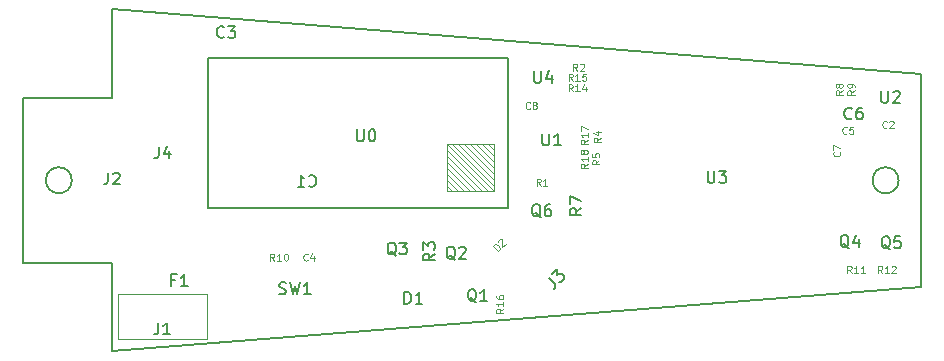
<source format=gbr>
G04 #@! TF.GenerationSoftware,KiCad,Pcbnew,5.1.5+dfsg1-2build2*
G04 #@! TF.CreationDate,2023-05-02T16:03:32+02:00*
G04 #@! TF.ProjectId,main,6d61696e-2e6b-4696-9361-645f70636258,rev?*
G04 #@! TF.SameCoordinates,Original*
G04 #@! TF.FileFunction,OtherDrawing,Comment*
%FSLAX46Y46*%
G04 Gerber Fmt 4.6, Leading zero omitted, Abs format (unit mm)*
G04 Created by KiCad (PCBNEW 5.1.5+dfsg1-2build2) date 2023-05-02 16:03:32*
%MOMM*%
%LPD*%
G04 APERTURE LIST*
%ADD10C,0.150000*%
%ADD11C,0.100000*%
%ADD12C,0.050000*%
%ADD13C,0.127000*%
G04 APERTURE END LIST*
D10*
X171100000Y-100000000D02*
G75*
G03X171100000Y-100000000I-1100000J0D01*
G01*
X101100000Y-100000000D02*
G75*
G03X101100000Y-100000000I-1100000J0D01*
G01*
X97000000Y-93000000D02*
X97000000Y-107000000D01*
X104500000Y-85500000D02*
X104500000Y-93000000D01*
X104500000Y-114500000D02*
X104500000Y-107000000D01*
X104500000Y-107000000D02*
X97000000Y-107000000D01*
X104500000Y-93000000D02*
X97000000Y-93000000D01*
X104500000Y-114500000D02*
X173000000Y-109000000D01*
X173000000Y-91000000D02*
X173000000Y-109000000D01*
X104500000Y-85500000D02*
X173000000Y-91000000D01*
D11*
X105050000Y-109600000D02*
X105050000Y-113400000D01*
X105050000Y-113400000D02*
X112550000Y-113400000D01*
X112550000Y-113400000D02*
X112550000Y-109600000D01*
X112550000Y-109600000D02*
X105050000Y-109600000D01*
D12*
X132825000Y-100950000D02*
X136825000Y-100950000D01*
X136825000Y-100950000D02*
X136825000Y-96950000D01*
X136825000Y-96950000D02*
X132825000Y-96950000D01*
X132825000Y-96950000D02*
X132825000Y-100950000D01*
X133325000Y-100950000D02*
X132825000Y-100450000D01*
X133825000Y-100950000D02*
X132825000Y-99950000D01*
X134325000Y-100950000D02*
X132825000Y-99450000D01*
X134825000Y-100950000D02*
X132825000Y-98950000D01*
X135325000Y-100950000D02*
X132825000Y-98450000D01*
X135825000Y-100950000D02*
X132825000Y-97950000D01*
X136325000Y-100950000D02*
X132825000Y-97450000D01*
X136825000Y-100950000D02*
X132825000Y-96950000D01*
X136825000Y-100450000D02*
X133325000Y-96950000D01*
X136825000Y-99950000D02*
X133825000Y-96950000D01*
X136825000Y-99450000D02*
X134325000Y-96950000D01*
X136825000Y-98950000D02*
X134825000Y-96950000D01*
X136825000Y-98450000D02*
X135325000Y-96950000D01*
X136825000Y-97950000D02*
X135825000Y-96950000D01*
X136825000Y-97450000D02*
X136325000Y-96950000D01*
D13*
X138065000Y-89650000D02*
X112665000Y-89650000D01*
X138065000Y-89650000D02*
X138065000Y-102350000D01*
X138065000Y-102350000D02*
X112665000Y-102350000D01*
X112665000Y-102350000D02*
X112665000Y-89650000D01*
D10*
X109866666Y-108428571D02*
X109533333Y-108428571D01*
X109533333Y-108952380D02*
X109533333Y-107952380D01*
X110009523Y-107952380D01*
X110914285Y-108952380D02*
X110342857Y-108952380D01*
X110628571Y-108952380D02*
X110628571Y-107952380D01*
X110533333Y-108095238D01*
X110438095Y-108190476D01*
X110342857Y-108238095D01*
X121166666Y-100457142D02*
X121214285Y-100504761D01*
X121357142Y-100552380D01*
X121452380Y-100552380D01*
X121595238Y-100504761D01*
X121690476Y-100409523D01*
X121738095Y-100314285D01*
X121785714Y-100123809D01*
X121785714Y-99980952D01*
X121738095Y-99790476D01*
X121690476Y-99695238D01*
X121595238Y-99600000D01*
X121452380Y-99552380D01*
X121357142Y-99552380D01*
X121214285Y-99600000D01*
X121166666Y-99647619D01*
X120214285Y-100552380D02*
X120785714Y-100552380D01*
X120500000Y-100552380D02*
X120500000Y-99552380D01*
X120595238Y-99695238D01*
X120690476Y-99790476D01*
X120785714Y-99838095D01*
X118666666Y-109604761D02*
X118809523Y-109652380D01*
X119047619Y-109652380D01*
X119142857Y-109604761D01*
X119190476Y-109557142D01*
X119238095Y-109461904D01*
X119238095Y-109366666D01*
X119190476Y-109271428D01*
X119142857Y-109223809D01*
X119047619Y-109176190D01*
X118857142Y-109128571D01*
X118761904Y-109080952D01*
X118714285Y-109033333D01*
X118666666Y-108938095D01*
X118666666Y-108842857D01*
X118714285Y-108747619D01*
X118761904Y-108700000D01*
X118857142Y-108652380D01*
X119095238Y-108652380D01*
X119238095Y-108700000D01*
X119571428Y-108652380D02*
X119809523Y-109652380D01*
X120000000Y-108938095D01*
X120190476Y-109652380D01*
X120428571Y-108652380D01*
X121333333Y-109652380D02*
X120761904Y-109652380D01*
X121047619Y-109652380D02*
X121047619Y-108652380D01*
X120952380Y-108795238D01*
X120857142Y-108890476D01*
X120761904Y-108938095D01*
X167133333Y-94757142D02*
X167085714Y-94804761D01*
X166942857Y-94852380D01*
X166847619Y-94852380D01*
X166704761Y-94804761D01*
X166609523Y-94709523D01*
X166561904Y-94614285D01*
X166514285Y-94423809D01*
X166514285Y-94280952D01*
X166561904Y-94090476D01*
X166609523Y-93995238D01*
X166704761Y-93900000D01*
X166847619Y-93852380D01*
X166942857Y-93852380D01*
X167085714Y-93900000D01*
X167133333Y-93947619D01*
X167990476Y-93852380D02*
X167800000Y-93852380D01*
X167704761Y-93900000D01*
X167657142Y-93947619D01*
X167561904Y-94090476D01*
X167514285Y-94280952D01*
X167514285Y-94661904D01*
X167561904Y-94757142D01*
X167609523Y-94804761D01*
X167704761Y-94852380D01*
X167895238Y-94852380D01*
X167990476Y-94804761D01*
X168038095Y-94757142D01*
X168085714Y-94661904D01*
X168085714Y-94423809D01*
X168038095Y-94328571D01*
X167990476Y-94280952D01*
X167895238Y-94233333D01*
X167704761Y-94233333D01*
X167609523Y-94280952D01*
X167561904Y-94328571D01*
X167514285Y-94423809D01*
X113983333Y-87857142D02*
X113935714Y-87904761D01*
X113792857Y-87952380D01*
X113697619Y-87952380D01*
X113554761Y-87904761D01*
X113459523Y-87809523D01*
X113411904Y-87714285D01*
X113364285Y-87523809D01*
X113364285Y-87380952D01*
X113411904Y-87190476D01*
X113459523Y-87095238D01*
X113554761Y-87000000D01*
X113697619Y-86952380D01*
X113792857Y-86952380D01*
X113935714Y-87000000D01*
X113983333Y-87047619D01*
X114316666Y-86952380D02*
X114935714Y-86952380D01*
X114602380Y-87333333D01*
X114745238Y-87333333D01*
X114840476Y-87380952D01*
X114888095Y-87428571D01*
X114935714Y-87523809D01*
X114935714Y-87761904D01*
X114888095Y-87857142D01*
X114840476Y-87904761D01*
X114745238Y-87952380D01*
X114459523Y-87952380D01*
X114364285Y-87904761D01*
X114316666Y-87857142D01*
X108416666Y-112052380D02*
X108416666Y-112766666D01*
X108369047Y-112909523D01*
X108273809Y-113004761D01*
X108130952Y-113052380D01*
X108035714Y-113052380D01*
X109416666Y-113052380D02*
X108845238Y-113052380D01*
X109130952Y-113052380D02*
X109130952Y-112052380D01*
X109035714Y-112195238D01*
X108940476Y-112290476D01*
X108845238Y-112338095D01*
X125238095Y-95702380D02*
X125238095Y-96511904D01*
X125285714Y-96607142D01*
X125333333Y-96654761D01*
X125428571Y-96702380D01*
X125619047Y-96702380D01*
X125714285Y-96654761D01*
X125761904Y-96607142D01*
X125809523Y-96511904D01*
X125809523Y-95702380D01*
X126476190Y-95702380D02*
X126571428Y-95702380D01*
X126666666Y-95750000D01*
X126714285Y-95797619D01*
X126761904Y-95892857D01*
X126809523Y-96083333D01*
X126809523Y-96321428D01*
X126761904Y-96511904D01*
X126714285Y-96607142D01*
X126666666Y-96654761D01*
X126571428Y-96702380D01*
X126476190Y-96702380D01*
X126380952Y-96654761D01*
X126333333Y-96607142D01*
X126285714Y-96511904D01*
X126238095Y-96321428D01*
X126238095Y-96083333D01*
X126285714Y-95892857D01*
X126333333Y-95797619D01*
X126380952Y-95750000D01*
X126476190Y-95702380D01*
X154938095Y-99202380D02*
X154938095Y-100011904D01*
X154985714Y-100107142D01*
X155033333Y-100154761D01*
X155128571Y-100202380D01*
X155319047Y-100202380D01*
X155414285Y-100154761D01*
X155461904Y-100107142D01*
X155509523Y-100011904D01*
X155509523Y-99202380D01*
X155890476Y-99202380D02*
X156509523Y-99202380D01*
X156176190Y-99583333D01*
X156319047Y-99583333D01*
X156414285Y-99630952D01*
X156461904Y-99678571D01*
X156509523Y-99773809D01*
X156509523Y-100011904D01*
X156461904Y-100107142D01*
X156414285Y-100154761D01*
X156319047Y-100202380D01*
X156033333Y-100202380D01*
X155938095Y-100154761D01*
X155890476Y-100107142D01*
X129261904Y-110452380D02*
X129261904Y-109452380D01*
X129500000Y-109452380D01*
X129642857Y-109500000D01*
X129738095Y-109595238D01*
X129785714Y-109690476D01*
X129833333Y-109880952D01*
X129833333Y-110023809D01*
X129785714Y-110214285D01*
X129738095Y-110309523D01*
X129642857Y-110404761D01*
X129500000Y-110452380D01*
X129261904Y-110452380D01*
X130785714Y-110452380D02*
X130214285Y-110452380D01*
X130500000Y-110452380D02*
X130500000Y-109452380D01*
X130404761Y-109595238D01*
X130309523Y-109690476D01*
X130214285Y-109738095D01*
D11*
X137178781Y-106005076D02*
X136754517Y-105580812D01*
X136855532Y-105479796D01*
X136936345Y-105439390D01*
X137017157Y-105439390D01*
X137077766Y-105459593D01*
X137178781Y-105520203D01*
X137239390Y-105580812D01*
X137300000Y-105681827D01*
X137320203Y-105742436D01*
X137320203Y-105823248D01*
X137279796Y-105904061D01*
X137178781Y-106005076D01*
X137198984Y-105217157D02*
X137198984Y-105176751D01*
X137219187Y-105116142D01*
X137320203Y-105015126D01*
X137380812Y-104994923D01*
X137421218Y-104994923D01*
X137481827Y-105015126D01*
X137522233Y-105055532D01*
X137562639Y-105136345D01*
X137562639Y-105621218D01*
X137825279Y-105358578D01*
D10*
X169638095Y-92452380D02*
X169638095Y-93261904D01*
X169685714Y-93357142D01*
X169733333Y-93404761D01*
X169828571Y-93452380D01*
X170019047Y-93452380D01*
X170114285Y-93404761D01*
X170161904Y-93357142D01*
X170209523Y-93261904D01*
X170209523Y-92452380D01*
X170638095Y-92547619D02*
X170685714Y-92500000D01*
X170780952Y-92452380D01*
X171019047Y-92452380D01*
X171114285Y-92500000D01*
X171161904Y-92547619D01*
X171209523Y-92642857D01*
X171209523Y-92738095D01*
X171161904Y-92880952D01*
X170590476Y-93452380D01*
X171209523Y-93452380D01*
X141477072Y-108248477D02*
X141982148Y-108753553D01*
X142049492Y-108888240D01*
X142049492Y-109022927D01*
X141982148Y-109157614D01*
X141914805Y-109224957D01*
X141746446Y-107979103D02*
X142184179Y-107541370D01*
X142217851Y-108046446D01*
X142318866Y-107945431D01*
X142419881Y-107911759D01*
X142487225Y-107911759D01*
X142588240Y-107945431D01*
X142756599Y-108113790D01*
X142790270Y-108214805D01*
X142790270Y-108282148D01*
X142756599Y-108383164D01*
X142554568Y-108585194D01*
X142453553Y-108618866D01*
X142386209Y-108618866D01*
D11*
X139900000Y-93914285D02*
X139871428Y-93942857D01*
X139785714Y-93971428D01*
X139728571Y-93971428D01*
X139642857Y-93942857D01*
X139585714Y-93885714D01*
X139557142Y-93828571D01*
X139528571Y-93714285D01*
X139528571Y-93628571D01*
X139557142Y-93514285D01*
X139585714Y-93457142D01*
X139642857Y-93400000D01*
X139728571Y-93371428D01*
X139785714Y-93371428D01*
X139871428Y-93400000D01*
X139900000Y-93428571D01*
X140242857Y-93628571D02*
X140185714Y-93600000D01*
X140157142Y-93571428D01*
X140128571Y-93514285D01*
X140128571Y-93485714D01*
X140157142Y-93428571D01*
X140185714Y-93400000D01*
X140242857Y-93371428D01*
X140357142Y-93371428D01*
X140414285Y-93400000D01*
X140442857Y-93428571D01*
X140471428Y-93485714D01*
X140471428Y-93514285D01*
X140442857Y-93571428D01*
X140414285Y-93600000D01*
X140357142Y-93628571D01*
X140242857Y-93628571D01*
X140185714Y-93657142D01*
X140157142Y-93685714D01*
X140128571Y-93742857D01*
X140128571Y-93857142D01*
X140157142Y-93914285D01*
X140185714Y-93942857D01*
X140242857Y-93971428D01*
X140357142Y-93971428D01*
X140414285Y-93942857D01*
X140442857Y-93914285D01*
X140471428Y-93857142D01*
X140471428Y-93742857D01*
X140442857Y-93685714D01*
X140414285Y-93657142D01*
X140357142Y-93628571D01*
D10*
X140238095Y-90752380D02*
X140238095Y-91561904D01*
X140285714Y-91657142D01*
X140333333Y-91704761D01*
X140428571Y-91752380D01*
X140619047Y-91752380D01*
X140714285Y-91704761D01*
X140761904Y-91657142D01*
X140809523Y-91561904D01*
X140809523Y-90752380D01*
X141714285Y-91085714D02*
X141714285Y-91752380D01*
X141476190Y-90704761D02*
X141238095Y-91419047D01*
X141857142Y-91419047D01*
X140804761Y-103147619D02*
X140709523Y-103100000D01*
X140614285Y-103004761D01*
X140471428Y-102861904D01*
X140376190Y-102814285D01*
X140280952Y-102814285D01*
X140328571Y-103052380D02*
X140233333Y-103004761D01*
X140138095Y-102909523D01*
X140090476Y-102719047D01*
X140090476Y-102385714D01*
X140138095Y-102195238D01*
X140233333Y-102100000D01*
X140328571Y-102052380D01*
X140519047Y-102052380D01*
X140614285Y-102100000D01*
X140709523Y-102195238D01*
X140757142Y-102385714D01*
X140757142Y-102719047D01*
X140709523Y-102909523D01*
X140614285Y-103004761D01*
X140519047Y-103052380D01*
X140328571Y-103052380D01*
X141614285Y-102052380D02*
X141423809Y-102052380D01*
X141328571Y-102100000D01*
X141280952Y-102147619D01*
X141185714Y-102290476D01*
X141138095Y-102480952D01*
X141138095Y-102861904D01*
X141185714Y-102957142D01*
X141233333Y-103004761D01*
X141328571Y-103052380D01*
X141519047Y-103052380D01*
X141614285Y-103004761D01*
X141661904Y-102957142D01*
X141709523Y-102861904D01*
X141709523Y-102623809D01*
X141661904Y-102528571D01*
X141614285Y-102480952D01*
X141519047Y-102433333D01*
X141328571Y-102433333D01*
X141233333Y-102480952D01*
X141185714Y-102528571D01*
X141138095Y-102623809D01*
X170404761Y-105847619D02*
X170309523Y-105800000D01*
X170214285Y-105704761D01*
X170071428Y-105561904D01*
X169976190Y-105514285D01*
X169880952Y-105514285D01*
X169928571Y-105752380D02*
X169833333Y-105704761D01*
X169738095Y-105609523D01*
X169690476Y-105419047D01*
X169690476Y-105085714D01*
X169738095Y-104895238D01*
X169833333Y-104800000D01*
X169928571Y-104752380D01*
X170119047Y-104752380D01*
X170214285Y-104800000D01*
X170309523Y-104895238D01*
X170357142Y-105085714D01*
X170357142Y-105419047D01*
X170309523Y-105609523D01*
X170214285Y-105704761D01*
X170119047Y-105752380D01*
X169928571Y-105752380D01*
X171261904Y-104752380D02*
X170785714Y-104752380D01*
X170738095Y-105228571D01*
X170785714Y-105180952D01*
X170880952Y-105133333D01*
X171119047Y-105133333D01*
X171214285Y-105180952D01*
X171261904Y-105228571D01*
X171309523Y-105323809D01*
X171309523Y-105561904D01*
X171261904Y-105657142D01*
X171214285Y-105704761D01*
X171119047Y-105752380D01*
X170880952Y-105752380D01*
X170785714Y-105704761D01*
X170738095Y-105657142D01*
X166904761Y-105747619D02*
X166809523Y-105700000D01*
X166714285Y-105604761D01*
X166571428Y-105461904D01*
X166476190Y-105414285D01*
X166380952Y-105414285D01*
X166428571Y-105652380D02*
X166333333Y-105604761D01*
X166238095Y-105509523D01*
X166190476Y-105319047D01*
X166190476Y-104985714D01*
X166238095Y-104795238D01*
X166333333Y-104700000D01*
X166428571Y-104652380D01*
X166619047Y-104652380D01*
X166714285Y-104700000D01*
X166809523Y-104795238D01*
X166857142Y-104985714D01*
X166857142Y-105319047D01*
X166809523Y-105509523D01*
X166714285Y-105604761D01*
X166619047Y-105652380D01*
X166428571Y-105652380D01*
X167714285Y-104985714D02*
X167714285Y-105652380D01*
X167476190Y-104604761D02*
X167238095Y-105319047D01*
X167857142Y-105319047D01*
X128554761Y-106372619D02*
X128459523Y-106325000D01*
X128364285Y-106229761D01*
X128221428Y-106086904D01*
X128126190Y-106039285D01*
X128030952Y-106039285D01*
X128078571Y-106277380D02*
X127983333Y-106229761D01*
X127888095Y-106134523D01*
X127840476Y-105944047D01*
X127840476Y-105610714D01*
X127888095Y-105420238D01*
X127983333Y-105325000D01*
X128078571Y-105277380D01*
X128269047Y-105277380D01*
X128364285Y-105325000D01*
X128459523Y-105420238D01*
X128507142Y-105610714D01*
X128507142Y-105944047D01*
X128459523Y-106134523D01*
X128364285Y-106229761D01*
X128269047Y-106277380D01*
X128078571Y-106277380D01*
X128840476Y-105277380D02*
X129459523Y-105277380D01*
X129126190Y-105658333D01*
X129269047Y-105658333D01*
X129364285Y-105705952D01*
X129411904Y-105753571D01*
X129459523Y-105848809D01*
X129459523Y-106086904D01*
X129411904Y-106182142D01*
X129364285Y-106229761D01*
X129269047Y-106277380D01*
X128983333Y-106277380D01*
X128888095Y-106229761D01*
X128840476Y-106182142D01*
X133554761Y-106722619D02*
X133459523Y-106675000D01*
X133364285Y-106579761D01*
X133221428Y-106436904D01*
X133126190Y-106389285D01*
X133030952Y-106389285D01*
X133078571Y-106627380D02*
X132983333Y-106579761D01*
X132888095Y-106484523D01*
X132840476Y-106294047D01*
X132840476Y-105960714D01*
X132888095Y-105770238D01*
X132983333Y-105675000D01*
X133078571Y-105627380D01*
X133269047Y-105627380D01*
X133364285Y-105675000D01*
X133459523Y-105770238D01*
X133507142Y-105960714D01*
X133507142Y-106294047D01*
X133459523Y-106484523D01*
X133364285Y-106579761D01*
X133269047Y-106627380D01*
X133078571Y-106627380D01*
X133888095Y-105722619D02*
X133935714Y-105675000D01*
X134030952Y-105627380D01*
X134269047Y-105627380D01*
X134364285Y-105675000D01*
X134411904Y-105722619D01*
X134459523Y-105817857D01*
X134459523Y-105913095D01*
X134411904Y-106055952D01*
X133840476Y-106627380D01*
X134459523Y-106627380D01*
X135354761Y-110322619D02*
X135259523Y-110275000D01*
X135164285Y-110179761D01*
X135021428Y-110036904D01*
X134926190Y-109989285D01*
X134830952Y-109989285D01*
X134878571Y-110227380D02*
X134783333Y-110179761D01*
X134688095Y-110084523D01*
X134640476Y-109894047D01*
X134640476Y-109560714D01*
X134688095Y-109370238D01*
X134783333Y-109275000D01*
X134878571Y-109227380D01*
X135069047Y-109227380D01*
X135164285Y-109275000D01*
X135259523Y-109370238D01*
X135307142Y-109560714D01*
X135307142Y-109894047D01*
X135259523Y-110084523D01*
X135164285Y-110179761D01*
X135069047Y-110227380D01*
X134878571Y-110227380D01*
X136259523Y-110227380D02*
X135688095Y-110227380D01*
X135973809Y-110227380D02*
X135973809Y-109227380D01*
X135878571Y-109370238D01*
X135783333Y-109465476D01*
X135688095Y-109513095D01*
D11*
X137646428Y-110860714D02*
X137360714Y-111060714D01*
X137646428Y-111203571D02*
X137046428Y-111203571D01*
X137046428Y-110975000D01*
X137075000Y-110917857D01*
X137103571Y-110889285D01*
X137160714Y-110860714D01*
X137246428Y-110860714D01*
X137303571Y-110889285D01*
X137332142Y-110917857D01*
X137360714Y-110975000D01*
X137360714Y-111203571D01*
X137646428Y-110289285D02*
X137646428Y-110632142D01*
X137646428Y-110460714D02*
X137046428Y-110460714D01*
X137132142Y-110517857D01*
X137189285Y-110575000D01*
X137217857Y-110632142D01*
X137046428Y-109775000D02*
X137046428Y-109889285D01*
X137075000Y-109946428D01*
X137103571Y-109975000D01*
X137189285Y-110032142D01*
X137303571Y-110060714D01*
X137532142Y-110060714D01*
X137589285Y-110032142D01*
X137617857Y-110003571D01*
X137646428Y-109946428D01*
X137646428Y-109832142D01*
X137617857Y-109775000D01*
X137589285Y-109746428D01*
X137532142Y-109717857D01*
X137389285Y-109717857D01*
X137332142Y-109746428D01*
X137303571Y-109775000D01*
X137275000Y-109832142D01*
X137275000Y-109946428D01*
X137303571Y-110003571D01*
X137332142Y-110032142D01*
X137389285Y-110060714D01*
X143514285Y-91571428D02*
X143314285Y-91285714D01*
X143171428Y-91571428D02*
X143171428Y-90971428D01*
X143400000Y-90971428D01*
X143457142Y-91000000D01*
X143485714Y-91028571D01*
X143514285Y-91085714D01*
X143514285Y-91171428D01*
X143485714Y-91228571D01*
X143457142Y-91257142D01*
X143400000Y-91285714D01*
X143171428Y-91285714D01*
X144085714Y-91571428D02*
X143742857Y-91571428D01*
X143914285Y-91571428D02*
X143914285Y-90971428D01*
X143857142Y-91057142D01*
X143800000Y-91114285D01*
X143742857Y-91142857D01*
X144628571Y-90971428D02*
X144342857Y-90971428D01*
X144314285Y-91257142D01*
X144342857Y-91228571D01*
X144400000Y-91200000D01*
X144542857Y-91200000D01*
X144600000Y-91228571D01*
X144628571Y-91257142D01*
X144657142Y-91314285D01*
X144657142Y-91457142D01*
X144628571Y-91514285D01*
X144600000Y-91542857D01*
X144542857Y-91571428D01*
X144400000Y-91571428D01*
X144342857Y-91542857D01*
X144314285Y-91514285D01*
X143514285Y-92471428D02*
X143314285Y-92185714D01*
X143171428Y-92471428D02*
X143171428Y-91871428D01*
X143400000Y-91871428D01*
X143457142Y-91900000D01*
X143485714Y-91928571D01*
X143514285Y-91985714D01*
X143514285Y-92071428D01*
X143485714Y-92128571D01*
X143457142Y-92157142D01*
X143400000Y-92185714D01*
X143171428Y-92185714D01*
X144085714Y-92471428D02*
X143742857Y-92471428D01*
X143914285Y-92471428D02*
X143914285Y-91871428D01*
X143857142Y-91957142D01*
X143800000Y-92014285D01*
X143742857Y-92042857D01*
X144600000Y-92071428D02*
X144600000Y-92471428D01*
X144457142Y-91842857D02*
X144314285Y-92271428D01*
X144685714Y-92271428D01*
X143900000Y-90721428D02*
X143700000Y-90435714D01*
X143557142Y-90721428D02*
X143557142Y-90121428D01*
X143785714Y-90121428D01*
X143842857Y-90150000D01*
X143871428Y-90178571D01*
X143900000Y-90235714D01*
X143900000Y-90321428D01*
X143871428Y-90378571D01*
X143842857Y-90407142D01*
X143785714Y-90435714D01*
X143557142Y-90435714D01*
X144128571Y-90178571D02*
X144157142Y-90150000D01*
X144214285Y-90121428D01*
X144357142Y-90121428D01*
X144414285Y-90150000D01*
X144442857Y-90178571D01*
X144471428Y-90235714D01*
X144471428Y-90292857D01*
X144442857Y-90378571D01*
X144100000Y-90721428D01*
X144471428Y-90721428D01*
X144771428Y-98585714D02*
X144485714Y-98785714D01*
X144771428Y-98928571D02*
X144171428Y-98928571D01*
X144171428Y-98700000D01*
X144200000Y-98642857D01*
X144228571Y-98614285D01*
X144285714Y-98585714D01*
X144371428Y-98585714D01*
X144428571Y-98614285D01*
X144457142Y-98642857D01*
X144485714Y-98700000D01*
X144485714Y-98928571D01*
X144771428Y-98014285D02*
X144771428Y-98357142D01*
X144771428Y-98185714D02*
X144171428Y-98185714D01*
X144257142Y-98242857D01*
X144314285Y-98300000D01*
X144342857Y-98357142D01*
X144428571Y-97671428D02*
X144400000Y-97728571D01*
X144371428Y-97757142D01*
X144314285Y-97785714D01*
X144285714Y-97785714D01*
X144228571Y-97757142D01*
X144200000Y-97728571D01*
X144171428Y-97671428D01*
X144171428Y-97557142D01*
X144200000Y-97500000D01*
X144228571Y-97471428D01*
X144285714Y-97442857D01*
X144314285Y-97442857D01*
X144371428Y-97471428D01*
X144400000Y-97500000D01*
X144428571Y-97557142D01*
X144428571Y-97671428D01*
X144457142Y-97728571D01*
X144485714Y-97757142D01*
X144542857Y-97785714D01*
X144657142Y-97785714D01*
X144714285Y-97757142D01*
X144742857Y-97728571D01*
X144771428Y-97671428D01*
X144771428Y-97557142D01*
X144742857Y-97500000D01*
X144714285Y-97471428D01*
X144657142Y-97442857D01*
X144542857Y-97442857D01*
X144485714Y-97471428D01*
X144457142Y-97500000D01*
X144428571Y-97557142D01*
X144771428Y-96585714D02*
X144485714Y-96785714D01*
X144771428Y-96928571D02*
X144171428Y-96928571D01*
X144171428Y-96700000D01*
X144200000Y-96642857D01*
X144228571Y-96614285D01*
X144285714Y-96585714D01*
X144371428Y-96585714D01*
X144428571Y-96614285D01*
X144457142Y-96642857D01*
X144485714Y-96700000D01*
X144485714Y-96928571D01*
X144771428Y-96014285D02*
X144771428Y-96357142D01*
X144771428Y-96185714D02*
X144171428Y-96185714D01*
X144257142Y-96242857D01*
X144314285Y-96300000D01*
X144342857Y-96357142D01*
X144171428Y-95814285D02*
X144171428Y-95414285D01*
X144771428Y-95671428D01*
D10*
X144252380Y-102366666D02*
X143776190Y-102700000D01*
X144252380Y-102938095D02*
X143252380Y-102938095D01*
X143252380Y-102557142D01*
X143300000Y-102461904D01*
X143347619Y-102414285D01*
X143442857Y-102366666D01*
X143585714Y-102366666D01*
X143680952Y-102414285D01*
X143728571Y-102461904D01*
X143776190Y-102557142D01*
X143776190Y-102938095D01*
X143252380Y-102033333D02*
X143252380Y-101366666D01*
X144252380Y-101795238D01*
X140938095Y-96052380D02*
X140938095Y-96861904D01*
X140985714Y-96957142D01*
X141033333Y-97004761D01*
X141128571Y-97052380D01*
X141319047Y-97052380D01*
X141414285Y-97004761D01*
X141461904Y-96957142D01*
X141509523Y-96861904D01*
X141509523Y-96052380D01*
X142509523Y-97052380D02*
X141938095Y-97052380D01*
X142223809Y-97052380D02*
X142223809Y-96052380D01*
X142128571Y-96195238D01*
X142033333Y-96290476D01*
X141938095Y-96338095D01*
D11*
X145771428Y-98300000D02*
X145485714Y-98500000D01*
X145771428Y-98642857D02*
X145171428Y-98642857D01*
X145171428Y-98414285D01*
X145200000Y-98357142D01*
X145228571Y-98328571D01*
X145285714Y-98300000D01*
X145371428Y-98300000D01*
X145428571Y-98328571D01*
X145457142Y-98357142D01*
X145485714Y-98414285D01*
X145485714Y-98642857D01*
X145171428Y-97757142D02*
X145171428Y-98042857D01*
X145457142Y-98071428D01*
X145428571Y-98042857D01*
X145400000Y-97985714D01*
X145400000Y-97842857D01*
X145428571Y-97785714D01*
X145457142Y-97757142D01*
X145514285Y-97728571D01*
X145657142Y-97728571D01*
X145714285Y-97757142D01*
X145742857Y-97785714D01*
X145771428Y-97842857D01*
X145771428Y-97985714D01*
X145742857Y-98042857D01*
X145714285Y-98071428D01*
X170100000Y-95514285D02*
X170071428Y-95542857D01*
X169985714Y-95571428D01*
X169928571Y-95571428D01*
X169842857Y-95542857D01*
X169785714Y-95485714D01*
X169757142Y-95428571D01*
X169728571Y-95314285D01*
X169728571Y-95228571D01*
X169757142Y-95114285D01*
X169785714Y-95057142D01*
X169842857Y-95000000D01*
X169928571Y-94971428D01*
X169985714Y-94971428D01*
X170071428Y-95000000D01*
X170100000Y-95028571D01*
X170328571Y-95028571D02*
X170357142Y-95000000D01*
X170414285Y-94971428D01*
X170557142Y-94971428D01*
X170614285Y-95000000D01*
X170642857Y-95028571D01*
X170671428Y-95085714D01*
X170671428Y-95142857D01*
X170642857Y-95228571D01*
X170300000Y-95571428D01*
X170671428Y-95571428D01*
X121065000Y-106764285D02*
X121036428Y-106792857D01*
X120950714Y-106821428D01*
X120893571Y-106821428D01*
X120807857Y-106792857D01*
X120750714Y-106735714D01*
X120722142Y-106678571D01*
X120693571Y-106564285D01*
X120693571Y-106478571D01*
X120722142Y-106364285D01*
X120750714Y-106307142D01*
X120807857Y-106250000D01*
X120893571Y-106221428D01*
X120950714Y-106221428D01*
X121036428Y-106250000D01*
X121065000Y-106278571D01*
X121579285Y-106421428D02*
X121579285Y-106821428D01*
X121436428Y-106192857D02*
X121293571Y-106621428D01*
X121665000Y-106621428D01*
X166700000Y-96014285D02*
X166671428Y-96042857D01*
X166585714Y-96071428D01*
X166528571Y-96071428D01*
X166442857Y-96042857D01*
X166385714Y-95985714D01*
X166357142Y-95928571D01*
X166328571Y-95814285D01*
X166328571Y-95728571D01*
X166357142Y-95614285D01*
X166385714Y-95557142D01*
X166442857Y-95500000D01*
X166528571Y-95471428D01*
X166585714Y-95471428D01*
X166671428Y-95500000D01*
X166700000Y-95528571D01*
X167242857Y-95471428D02*
X166957142Y-95471428D01*
X166928571Y-95757142D01*
X166957142Y-95728571D01*
X167014285Y-95700000D01*
X167157142Y-95700000D01*
X167214285Y-95728571D01*
X167242857Y-95757142D01*
X167271428Y-95814285D01*
X167271428Y-95957142D01*
X167242857Y-96014285D01*
X167214285Y-96042857D01*
X167157142Y-96071428D01*
X167014285Y-96071428D01*
X166957142Y-96042857D01*
X166928571Y-96014285D01*
X166114285Y-97600000D02*
X166142857Y-97628571D01*
X166171428Y-97714285D01*
X166171428Y-97771428D01*
X166142857Y-97857142D01*
X166085714Y-97914285D01*
X166028571Y-97942857D01*
X165914285Y-97971428D01*
X165828571Y-97971428D01*
X165714285Y-97942857D01*
X165657142Y-97914285D01*
X165600000Y-97857142D01*
X165571428Y-97771428D01*
X165571428Y-97714285D01*
X165600000Y-97628571D01*
X165628571Y-97600000D01*
X165571428Y-97400000D02*
X165571428Y-97000000D01*
X166171428Y-97257142D01*
D10*
X104166666Y-99352380D02*
X104166666Y-100066666D01*
X104119047Y-100209523D01*
X104023809Y-100304761D01*
X103880952Y-100352380D01*
X103785714Y-100352380D01*
X104595238Y-99447619D02*
X104642857Y-99400000D01*
X104738095Y-99352380D01*
X104976190Y-99352380D01*
X105071428Y-99400000D01*
X105119047Y-99447619D01*
X105166666Y-99542857D01*
X105166666Y-99638095D01*
X105119047Y-99780952D01*
X104547619Y-100352380D01*
X105166666Y-100352380D01*
D11*
X140800000Y-100471428D02*
X140600000Y-100185714D01*
X140457142Y-100471428D02*
X140457142Y-99871428D01*
X140685714Y-99871428D01*
X140742857Y-99900000D01*
X140771428Y-99928571D01*
X140800000Y-99985714D01*
X140800000Y-100071428D01*
X140771428Y-100128571D01*
X140742857Y-100157142D01*
X140685714Y-100185714D01*
X140457142Y-100185714D01*
X141371428Y-100471428D02*
X141028571Y-100471428D01*
X141200000Y-100471428D02*
X141200000Y-99871428D01*
X141142857Y-99957142D01*
X141085714Y-100014285D01*
X141028571Y-100042857D01*
D10*
X131852380Y-106216666D02*
X131376190Y-106550000D01*
X131852380Y-106788095D02*
X130852380Y-106788095D01*
X130852380Y-106407142D01*
X130900000Y-106311904D01*
X130947619Y-106264285D01*
X131042857Y-106216666D01*
X131185714Y-106216666D01*
X131280952Y-106264285D01*
X131328571Y-106311904D01*
X131376190Y-106407142D01*
X131376190Y-106788095D01*
X130852380Y-105883333D02*
X130852380Y-105264285D01*
X131233333Y-105597619D01*
X131233333Y-105454761D01*
X131280952Y-105359523D01*
X131328571Y-105311904D01*
X131423809Y-105264285D01*
X131661904Y-105264285D01*
X131757142Y-105311904D01*
X131804761Y-105359523D01*
X131852380Y-105454761D01*
X131852380Y-105740476D01*
X131804761Y-105835714D01*
X131757142Y-105883333D01*
D11*
X145871428Y-96400000D02*
X145585714Y-96600000D01*
X145871428Y-96742857D02*
X145271428Y-96742857D01*
X145271428Y-96514285D01*
X145300000Y-96457142D01*
X145328571Y-96428571D01*
X145385714Y-96400000D01*
X145471428Y-96400000D01*
X145528571Y-96428571D01*
X145557142Y-96457142D01*
X145585714Y-96514285D01*
X145585714Y-96742857D01*
X145471428Y-95885714D02*
X145871428Y-95885714D01*
X145242857Y-96028571D02*
X145671428Y-96171428D01*
X145671428Y-95800000D01*
X166371428Y-92400000D02*
X166085714Y-92600000D01*
X166371428Y-92742857D02*
X165771428Y-92742857D01*
X165771428Y-92514285D01*
X165800000Y-92457142D01*
X165828571Y-92428571D01*
X165885714Y-92400000D01*
X165971428Y-92400000D01*
X166028571Y-92428571D01*
X166057142Y-92457142D01*
X166085714Y-92514285D01*
X166085714Y-92742857D01*
X166028571Y-92057142D02*
X166000000Y-92114285D01*
X165971428Y-92142857D01*
X165914285Y-92171428D01*
X165885714Y-92171428D01*
X165828571Y-92142857D01*
X165800000Y-92114285D01*
X165771428Y-92057142D01*
X165771428Y-91942857D01*
X165800000Y-91885714D01*
X165828571Y-91857142D01*
X165885714Y-91828571D01*
X165914285Y-91828571D01*
X165971428Y-91857142D01*
X166000000Y-91885714D01*
X166028571Y-91942857D01*
X166028571Y-92057142D01*
X166057142Y-92114285D01*
X166085714Y-92142857D01*
X166142857Y-92171428D01*
X166257142Y-92171428D01*
X166314285Y-92142857D01*
X166342857Y-92114285D01*
X166371428Y-92057142D01*
X166371428Y-91942857D01*
X166342857Y-91885714D01*
X166314285Y-91857142D01*
X166257142Y-91828571D01*
X166142857Y-91828571D01*
X166085714Y-91857142D01*
X166057142Y-91885714D01*
X166028571Y-91942857D01*
X167371428Y-92400000D02*
X167085714Y-92600000D01*
X167371428Y-92742857D02*
X166771428Y-92742857D01*
X166771428Y-92514285D01*
X166800000Y-92457142D01*
X166828571Y-92428571D01*
X166885714Y-92400000D01*
X166971428Y-92400000D01*
X167028571Y-92428571D01*
X167057142Y-92457142D01*
X167085714Y-92514285D01*
X167085714Y-92742857D01*
X167371428Y-92114285D02*
X167371428Y-92000000D01*
X167342857Y-91942857D01*
X167314285Y-91914285D01*
X167228571Y-91857142D01*
X167114285Y-91828571D01*
X166885714Y-91828571D01*
X166828571Y-91857142D01*
X166800000Y-91885714D01*
X166771428Y-91942857D01*
X166771428Y-92057142D01*
X166800000Y-92114285D01*
X166828571Y-92142857D01*
X166885714Y-92171428D01*
X167028571Y-92171428D01*
X167085714Y-92142857D01*
X167114285Y-92114285D01*
X167142857Y-92057142D01*
X167142857Y-91942857D01*
X167114285Y-91885714D01*
X167085714Y-91857142D01*
X167028571Y-91828571D01*
X118254285Y-106821428D02*
X118054285Y-106535714D01*
X117911428Y-106821428D02*
X117911428Y-106221428D01*
X118140000Y-106221428D01*
X118197142Y-106250000D01*
X118225714Y-106278571D01*
X118254285Y-106335714D01*
X118254285Y-106421428D01*
X118225714Y-106478571D01*
X118197142Y-106507142D01*
X118140000Y-106535714D01*
X117911428Y-106535714D01*
X118825714Y-106821428D02*
X118482857Y-106821428D01*
X118654285Y-106821428D02*
X118654285Y-106221428D01*
X118597142Y-106307142D01*
X118540000Y-106364285D01*
X118482857Y-106392857D01*
X119197142Y-106221428D02*
X119254285Y-106221428D01*
X119311428Y-106250000D01*
X119340000Y-106278571D01*
X119368571Y-106335714D01*
X119397142Y-106450000D01*
X119397142Y-106592857D01*
X119368571Y-106707142D01*
X119340000Y-106764285D01*
X119311428Y-106792857D01*
X119254285Y-106821428D01*
X119197142Y-106821428D01*
X119140000Y-106792857D01*
X119111428Y-106764285D01*
X119082857Y-106707142D01*
X119054285Y-106592857D01*
X119054285Y-106450000D01*
X119082857Y-106335714D01*
X119111428Y-106278571D01*
X119140000Y-106250000D01*
X119197142Y-106221428D01*
X167114285Y-107871428D02*
X166914285Y-107585714D01*
X166771428Y-107871428D02*
X166771428Y-107271428D01*
X167000000Y-107271428D01*
X167057142Y-107300000D01*
X167085714Y-107328571D01*
X167114285Y-107385714D01*
X167114285Y-107471428D01*
X167085714Y-107528571D01*
X167057142Y-107557142D01*
X167000000Y-107585714D01*
X166771428Y-107585714D01*
X167685714Y-107871428D02*
X167342857Y-107871428D01*
X167514285Y-107871428D02*
X167514285Y-107271428D01*
X167457142Y-107357142D01*
X167400000Y-107414285D01*
X167342857Y-107442857D01*
X168257142Y-107871428D02*
X167914285Y-107871428D01*
X168085714Y-107871428D02*
X168085714Y-107271428D01*
X168028571Y-107357142D01*
X167971428Y-107414285D01*
X167914285Y-107442857D01*
X169714285Y-107871428D02*
X169514285Y-107585714D01*
X169371428Y-107871428D02*
X169371428Y-107271428D01*
X169600000Y-107271428D01*
X169657142Y-107300000D01*
X169685714Y-107328571D01*
X169714285Y-107385714D01*
X169714285Y-107471428D01*
X169685714Y-107528571D01*
X169657142Y-107557142D01*
X169600000Y-107585714D01*
X169371428Y-107585714D01*
X170285714Y-107871428D02*
X169942857Y-107871428D01*
X170114285Y-107871428D02*
X170114285Y-107271428D01*
X170057142Y-107357142D01*
X170000000Y-107414285D01*
X169942857Y-107442857D01*
X170514285Y-107328571D02*
X170542857Y-107300000D01*
X170600000Y-107271428D01*
X170742857Y-107271428D01*
X170800000Y-107300000D01*
X170828571Y-107328571D01*
X170857142Y-107385714D01*
X170857142Y-107442857D01*
X170828571Y-107528571D01*
X170485714Y-107871428D01*
X170857142Y-107871428D01*
D10*
X108466666Y-97152380D02*
X108466666Y-97866666D01*
X108419047Y-98009523D01*
X108323809Y-98104761D01*
X108180952Y-98152380D01*
X108085714Y-98152380D01*
X109371428Y-97485714D02*
X109371428Y-98152380D01*
X109133333Y-97104761D02*
X108895238Y-97819047D01*
X109514285Y-97819047D01*
M02*

</source>
